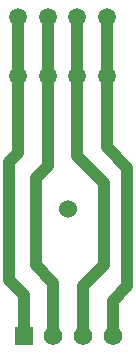
<source format=gbr>
%TF.GenerationSoftware,Altium Limited,Altium Designer,23.3.1 (30)*%
G04 Layer_Physical_Order=1*
G04 Layer_Color=255*
%FSLAX45Y45*%
%MOMM*%
%TF.SameCoordinates,3978930B-4288-4960-BFFB-EFBA2ACA1435*%
%TF.FilePolarity,Positive*%
%TF.FileFunction,Copper,L1,Top,Signal*%
%TF.Part,Single*%
G01*
G75*
%TA.AperFunction,Conductor*%
%ADD10C,1.00000*%
%TA.AperFunction,ComponentPad*%
%ADD11C,1.50000*%
%ADD12R,1.57500X1.57500*%
%ADD13C,1.57500*%
%TA.AperFunction,ViaPad*%
%ADD14C,1.52400*%
D10*
X1000000Y425000D02*
Y725000D01*
X1125000Y850000D01*
Y1850000D01*
X950000Y2025000D02*
X1125000Y1850000D01*
X950000Y2025000D02*
Y2625000D01*
Y3125000D01*
X700000Y1950000D02*
Y2625000D01*
X925000Y1025000D02*
Y1725000D01*
X700000Y1950000D02*
X925000Y1725000D01*
X750000Y850000D02*
X925000Y1025000D01*
X750000Y425000D02*
Y850000D01*
X700000Y2625000D02*
Y3125000D01*
X200000Y2625000D02*
Y3125000D01*
Y1975000D02*
Y2625000D01*
X125000Y900000D02*
Y1900000D01*
X200000Y1975000D01*
X125000Y900000D02*
X250000Y775000D01*
Y425000D02*
Y775000D01*
X450000Y2625000D02*
Y3125000D01*
X350000Y1768235D02*
X450000Y1868235D01*
Y2625000D01*
X350000Y1025000D02*
Y1768235D01*
X500000Y425000D02*
Y875000D01*
X350000Y1025000D02*
X500000Y875000D01*
D11*
X200000Y2625000D02*
D03*
X450000D02*
D03*
X700000D02*
D03*
X950000D02*
D03*
X200000Y3125000D02*
D03*
X450000D02*
D03*
X700000D02*
D03*
X950000D02*
D03*
D12*
X250000Y425000D02*
D03*
D13*
X500000D02*
D03*
X750000D02*
D03*
X1000000D02*
D03*
D14*
X625000Y1500000D02*
D03*
%TF.MD5,96ccef1c7d66a1298673aaa9ff40ff54*%
M02*

</source>
